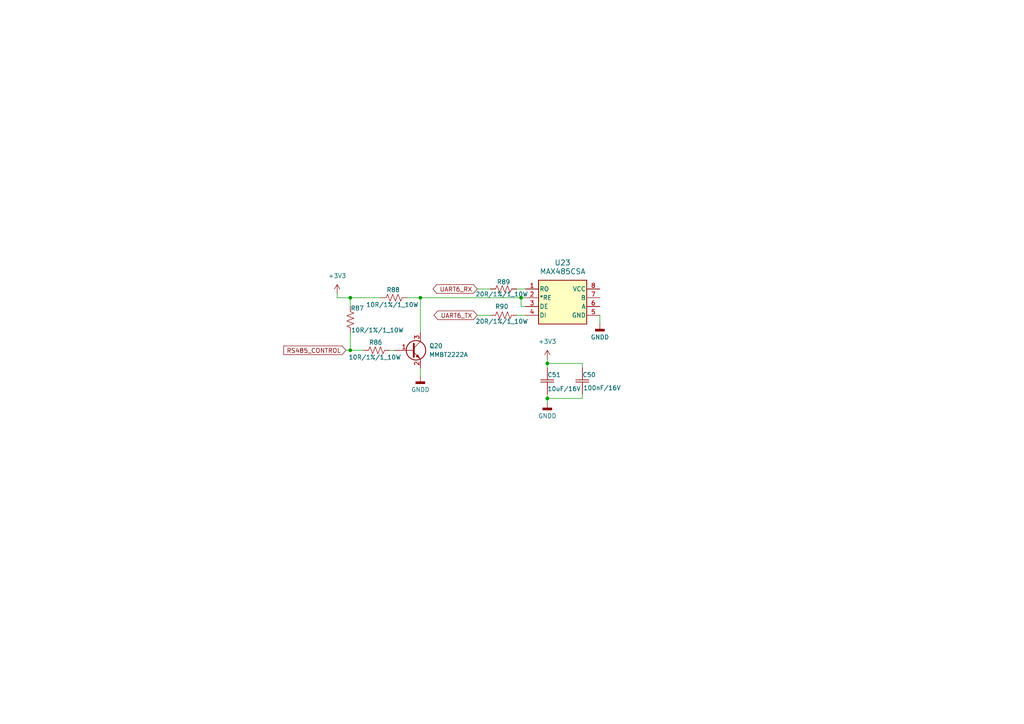
<source format=kicad_sch>
(kicad_sch (version 20231120) (generator "eeschema") (generator_version "8.0")
  (paper "A4")
  (lib_symbols
    (symbol "Ceramic_Cap_SMD_100nF_16V_3" (pin_numbers hide) (pin_names hide)
      (property "Reference" "C" (at 1.016 2.794 0))
      (property "Value" "100nF/16V" (at 0.254 5.334 0))
      (symbol "Ceramic_Cap_SMD_100nF_16V_3_1_1"
        (polyline (pts (xy 1.27 0) (xy 2.2098 0)) (stroke (width 0.2032)))
        (polyline (pts (xy 2.2098 -1.905) (xy 2.2098 1.905)) (stroke (width 0.2032)))
        (polyline (pts (xy 2.8448 -1.905) (xy 2.8448 1.905)) (stroke (width 0.2032)))
        (polyline (pts (xy 2.8448 0) (xy 3.81 0)) (stroke (width 0.2032)))
        (pin unspecified line (at -1.27 0 0) (length 2.54) (name "") (number "1"))
        (pin unspecified line (at 6.35 0 180) (length 2.54) (name "") (number "2"))
      )
    )
    (symbol "Ceramic_Cap_SMD_10uF_16V_2" (pin_numbers hide) (pin_names hide)
      (property "Reference" "C" (at 2.286 2.794 0))
      (property "Value" "10uF/16V" (at 0.254 5.334 0))
      (symbol "Ceramic_Cap_SMD_10uF_16V_2_1_1"
        (polyline (pts (xy 2.54 0) (xy 3.4798 0)) (stroke (width 0.2032)))
        (polyline (pts (xy 3.4798 -1.905) (xy 3.4798 1.905)) (stroke (width 0.2032)))
        (polyline (pts (xy 4.1148 -1.905) (xy 4.1148 1.905)) (stroke (width 0.2032)))
        (polyline (pts (xy 4.1148 0) (xy 5.08 0)) (stroke (width 0.2032)))
        (pin unspecified line (at 0 0 0) (length 2.54) (name "") (number "1"))
        (pin unspecified line (at 7.62 0 180) (length 2.54) (name "") (number "2"))
      )
    )
    (symbol "Res_20R_0603_1%_3" (pin_numbers hide) (pin_names hide)
      (property "Reference" "R" (at 3.302 3.556 0))
      (property "Value" "20R/1%/1_10W" (at 3.81 -2.54 0))
      (symbol "Res_20R_0603_1%_3_0_1"
        (polyline (pts (xy 1.524 0) (xy 1.27 0)))
        (polyline (pts (xy 6.096 0) (xy 6.35 0)))
        (polyline (pts (xy 1.524 0) (xy 1.905 1.016) (xy 2.286 0) (xy 2.667 -1.016) (xy 3.048 0)))
        (polyline (pts (xy 3.048 0) (xy 3.429 1.016) (xy 3.81 0) (xy 4.191 -1.016) (xy 4.572 0)))
        (polyline (pts (xy 4.572 0) (xy 4.953 1.016) (xy 5.334 0) (xy 5.715 -1.016) (xy 6.096 0)))
      )
      (symbol "Res_20R_0603_1%_3_1_1"
        (pin passive line (at 0 0 0) (length 1.27) (name "~") (number "1"))
        (pin passive line (at 7.62 0 180) (length 1.27) (name "~") (number "2"))
      )
    )
    (symbol "charge_battery_sym_lib:MAX485CSA" (pin_names (offset 0.254))
      (property "Reference" "U" (at 6.35 16.51 0))
      (property "Value" "MAX485CSA" (at 6.35 13.97 0))
      (symbol "MAX485CSA_0_1"
        (pin output line (at -3.81 10.16 0) (length 3.81) (name "RO") (number "1"))
        (pin input line (at -3.81 7.62 0) (length 3.81) (name "*RE") (number "2"))
        (pin input line (at -3.81 5.08 0) (length 3.81) (name "DE") (number "3"))
        (pin input line (at -3.81 2.54 0) (length 3.81) (name "DI") (number "4"))
        (pin power_in line (at 17.78 2.54 180) (length 3.81) (name "GND") (number "5"))
        (pin bidirectional line (at 17.78 5.08 180) (length 3.81) (name "A") (number "6"))
        (pin bidirectional line (at 17.78 7.62 180) (length 3.81) (name "B") (number "7"))
        (pin power_in line (at 17.78 10.16 180) (length 3.81) (name "VCC") (number "8"))
      )
      (symbol "MAX485CSA_1_1"
        (rectangle (start 0 12.7) (end 13.97 0) (stroke (width 0.254)) (fill (type background)))
      )
    )
    (symbol "charge_battery_sym_lib:MMBT2222A" (pin_names (offset 0) hide)
      (property "Reference" "Q" (at 5.08 1.905 0))
      (property "Value" "MMBT2222A" (at 5.08 0 0))
      (symbol "MMBT2222A_0_1"
        (polyline (pts (xy 0.635 0.635) (xy 2.54 2.54)))
        (polyline (pts (xy 0.635 -0.635) (xy 2.54 -2.54) (xy 2.54 -2.54)))
        (polyline (pts (xy 0.635 1.905) (xy 0.635 -1.905) (xy 0.635 -1.905)) (stroke (width 0.508)))
        (polyline (pts (xy 1.27 -1.778) (xy 1.778 -1.27) (xy 2.286 -2.286) (xy 1.27 -1.778) (xy 1.27 -1.778)) (fill (type outline)))
        (circle (center 1.27 0) (radius 2.8194) (stroke (width 0.254)))
      )
      (symbol "MMBT2222A_1_1"
        (pin input line (at -5.08 0 0) (length 5.715) (name "B") (number "1"))
        (pin passive line (at 2.54 -5.08 90) (length 2.54) (name "E") (number "2"))
        (pin passive line (at 2.54 5.08 270) (length 2.54) (name "C") (number "3"))
      )
    )
    (symbol "charge_battery_sym_lib:Res_10R_0603_1%" (pin_numbers hide) (pin_names hide)
      (property "Reference" "R" (at 3.556 2.54 0))
      (property "Value" "10R/1%/1_10W" (at 4.064 -2.54 0))
      (symbol "Res_10R_0603_1%_0_1"
        (polyline (pts (xy 1.524 0) (xy 1.27 0)))
        (polyline (pts (xy 6.096 0) (xy 6.35 0)))
        (polyline (pts (xy 1.524 0) (xy 1.905 1.016) (xy 2.286 0) (xy 2.667 -1.016) (xy 3.048 0)))
        (polyline (pts (xy 3.048 0) (xy 3.429 1.016) (xy 3.81 0) (xy 4.191 -1.016) (xy 4.572 0)))
        (polyline (pts (xy 4.572 0) (xy 4.953 1.016) (xy 5.334 0) (xy 5.715 -1.016) (xy 6.096 0)))
      )
      (symbol "Res_10R_0603_1%_1_1"
        (pin passive line (at 0 0 0) (length 1.27) (name "~") (number "1"))
        (pin passive line (at 7.62 0 180) (length 1.27) (name "~") (number "2"))
      )
    )
    (symbol "power:+3V3" (power) (pin_numbers hide) (pin_names (offset 0) hide)
      (property "Value" "+3V3" (at 0 3.556 0))
      (symbol "+3V3_0_1"
        (polyline (pts (xy -0.762 1.27) (xy 0 2.54)))
        (polyline (pts (xy 0 0) (xy 0 2.54)))
        (polyline (pts (xy 0 2.54) (xy 0.762 1.27)))
      )
      (symbol "+3V3_1_1"
        (pin power_in line (at 0 0 90) (length 0) (name "~") (number "1"))
      )
    )
    (symbol "power:GNDD" (power) (pin_numbers hide) (pin_names (offset 0) hide)
      (property "Value" "GNDD" (at 0 -3.175 0))
      (symbol "GNDD_0_1"
        (rectangle (start -1.27 -1.524) (end 1.27 -2.032) (stroke (width 0.254)) (fill (type outline)))
        (polyline (pts (xy 0 0) (xy 0 -1.524)))
      )
      (symbol "GNDD_1_1"
        (pin power_in line (at 0 0 270) (length 0) (name "~") (number "1"))
      )
    )
  )
  (junction (at 101.6 86.36))
  (junction (at 158.75 105.41))
  (junction (at 158.75 115.57))
  (junction (at 121.92 86.36))
  (junction (at 151.13 86.36))
  (junction (at 101.6 101.6))
  (wire (pts (xy 149.86 83.82) (xy 152.4 83.82)))
  (wire (pts (xy 152.4 88.9) (xy 151.13 88.9)))
  (wire (pts (xy 110.49 86.36) (xy 101.6 86.36)))
  (wire (pts (xy 101.6 88.9) (xy 101.6 86.36)))
  (wire (pts (xy 100.33 101.6) (xy 101.6 101.6)))
  (wire (pts (xy 151.13 86.36) (xy 151.13 88.9)))
  (wire (pts (xy 97.79 85.09) (xy 97.79 86.36)))
  (wire (pts (xy 158.75 114.3) (xy 158.75 115.57)))
  (wire (pts (xy 138.43 83.82) (xy 142.24 83.82)))
  (wire (pts (xy 158.75 105.41) (xy 168.91 105.41)))
  (wire (pts (xy 101.6 96.52) (xy 101.6 101.6)))
  (wire (pts (xy 168.91 106.68) (xy 168.91 105.41)))
  (wire (pts (xy 113.03 101.6) (xy 114.3 101.6)))
  (wire (pts (xy 149.86 91.44) (xy 152.4 91.44)))
  (wire (pts (xy 158.75 115.57) (xy 168.91 115.57)))
  (wire (pts (xy 97.79 86.36) (xy 101.6 86.36)))
  (wire (pts (xy 121.92 86.36) (xy 151.13 86.36)))
  (wire (pts (xy 118.11 86.36) (xy 121.92 86.36)))
  (wire (pts (xy 158.75 115.57) (xy 158.75 116.84)))
  (wire (pts (xy 158.75 104.14) (xy 158.75 105.41)))
  (wire (pts (xy 168.91 115.57) (xy 168.91 114.3)))
  (wire (pts (xy 173.99 93.98) (xy 173.99 91.44)))
  (wire (pts (xy 121.92 109.22) (xy 121.92 106.68)))
  (wire (pts (xy 158.75 105.41) (xy 158.75 106.68)))
  (wire (pts (xy 101.6 101.6) (xy 105.41 101.6)))
  (wire (pts (xy 121.92 86.36) (xy 121.92 96.52)))
  (wire (pts (xy 138.43 91.44) (xy 142.24 91.44)))
  (wire (pts (xy 151.13 86.36) (xy 152.4 86.36)))
  (global_label "UART6_TX" (shape bidirectional) (at 138.43 91.44 180) (property "Intersheetrefs" "${INTERSHEET_REFS}" (effects (hide yes))))
  (global_label "UART6_RX" (shape bidirectional) (at 138.43 83.82 180) (property "Intersheetrefs" "${INTERSHEET_REFS}" (effects (hide yes))))
  (global_label "RS485_CONTROL" (shape input) (at 100.33 101.6 180) (property "Intersheetrefs" "${INTERSHEET_REFS}" (effects (hide yes))))
  (symbol (lib_id "power:GNDD") (at 173.99 93.98 0) (unit 1)
    (property "Reference" "#PWR098" (effects (hide yes)))
    (property "Value" "GNDD" (at 173.99 97.79 0))
    (property "Description" "Power symbol creates a global label with name \"GNDD\" , digital ground" (effects (hide yes)))
  )
  (symbol (lib_id "charge_battery_sym_lib:Res_10R_0603_1%") (at 101.6 96.52 90) (unit 1)
    (property "Reference" "R87" (at 103.632 89.408 90))
    (property "Value" "10R/1%/1_10W" (at 109.474 95.758 90))
    (property "Footprint" "charge_battery_footprint_lib:Res_0603" (effects (hide yes)))
    (property "Description" "Res 10 Ohm 0603 1%" (effects (hide yes)))
    (property "Supply name" "Thegioiic" (effects (hide yes)))
    (property "Supply part number" "Điện Trở 10 Ohm 0603 1%" (effects (hide yes)))
    (property "Supply URL" "https://www.thegioiic.com/dien-tro-10-ohm-0603-1-" (effects (hide yes)))
  )
  (symbol (lib_id "power:GNDD") (at 158.75 116.84 0) (unit 1)
    (property "Reference" "#PWR096" (effects (hide yes)))
    (property "Value" "GNDD" (at 158.75 120.65 0))
    (property "Description" "Power symbol creates a global label with name \"GNDD\" , digital ground" (effects (hide yes)))
  )
  (symbol (lib_id "charge_battery_sym_lib:MMBT2222A") (at 119.38 101.6 0) (unit 1)
    (property "Reference" "Q20" (at 124.46 100.3299 0) (effects (justify left)))
    (property "Value" "MMBT2222A" (at 124.46 102.8699 0) (effects (justify left)))
    (property "Footprint" "charge_battery_footprint_lib:SOT23" (effects (hide yes)))
    (property "Datasheet" "https://assets.nexperia.com/documents/data-sheet/MMBT2222A.pdf" (effects (hide yes)))
    (property "Description" "600mA Ic, 40V Vce, NPN Transistor, SOT-23" (effects (hide yes)))
    (property "Supply name" "Thegioiic" (effects (hide yes)))
    (property "Supply part number" "MMBT2222A 1P Transistor NPN 40V 0.6A 3 Chân SOT-23" (effects (hide yes)))
    (property "Supply URL" "https://www.thegioiic.com/mmbt2222a-1p-transistor-npn-40v-0-6a-3-chan-sot-23" (effects (hide yes)))
  )
  (symbol (lib_name "Ceramic_Cap_SMD_100nF_16V_3") (lib_id "charge_battery_sym_lib:Ceramic_Cap_SMD_100nF_16V") (at 168.91 113.03 90) (unit 1)
    (property "Reference" "C50" (at 168.91 108.712 90) (effects (justify right)))
    (property "Value" "100nF/16V" (at 169.164 112.522 90) (effects (justify right)))
    (property "Footprint" "charge_battery_footprint_lib:Ceramic_Cap_0603" (effects (hide yes)))
    (property "Datasheet" "https://www.mouser.vn/datasheet/2/40/KYOCERA_AutoMLCCKAM-3106308.pdf" (effects (hide yes)))
    (property "Description" "10%, 0603 (1608 Metric)" (effects (hide yes)))
    (property "Supply name" "Thegioiic" (effects (hide yes)))
    (property "Supply part number" "Tụ Gốm 0603 100nF (0.1uF) 16V" (effects (hide yes)))
    (property "Supply URL" "https://www.thegioiic.com/tu-gom-0603-100nf-0-1uf-16v" (effects (hide yes)))
  )
  (symbol (lib_id "charge_battery_sym_lib:Res_10R_0603_1%") (at 105.41 101.6 0) (unit 1)
    (property "Reference" "R86" (at 108.966 99.314 0))
    (property "Value" "10R/1%/1_10W" (at 108.712 103.632 0))
    (property "Footprint" "charge_battery_footprint_lib:Res_0603" (effects (hide yes)))
    (property "Description" "Res 10 Ohm 0603 1%" (effects (hide yes)))
    (property "Supply name" "Thegioiic" (effects (hide yes)))
    (property "Supply part number" "Điện Trở 10 Ohm 0603 1%" (effects (hide yes)))
    (property "Supply URL" "https://www.thegioiic.com/dien-tro-10-ohm-0603-1-" (effects (hide yes)))
  )
  (symbol (lib_id "charge_battery_sym_lib:Res_10R_0603_1%") (at 110.49 86.36 0) (unit 1)
    (property "Reference" "R88" (at 114.046 84.074 0))
    (property "Value" "10R/1%/1_10W" (at 113.792 88.392 0))
    (property "Footprint" "charge_battery_footprint_lib:Res_0603" (effects (hide yes)))
    (property "Description" "Res 10 Ohm 0603 1%" (effects (hide yes)))
    (property "Supply name" "Thegioiic" (effects (hide yes)))
    (property "Supply part number" "Điện Trở 10 Ohm 0603 1%" (effects (hide yes)))
    (property "Supply URL" "https://www.thegioiic.com/dien-tro-10-ohm-0603-1-" (effects (hide yes)))
  )
  (symbol (lib_id "power:+3V3") (at 158.75 104.14 0) (mirror y) (unit 1)
    (property "Reference" "#PWR093" (effects (hide yes)))
    (property "Value" "+3V3" (at 158.75 99.06 0))
    (property "Description" "Power symbol creates a global label with name \"+3V3\"" (effects (hide yes)))
  )
  (symbol (lib_id "power:GNDD") (at 121.92 109.22 0) (unit 1)
    (property "Reference" "#PWR091" (effects (hide yes)))
    (property "Value" "GNDD" (at 121.92 113.03 0))
    (property "Description" "Power symbol creates a global label with name \"GNDD\" , digital ground" (effects (hide yes)))
  )
  (symbol (lib_id "charge_battery_sym_lib:MAX485CSA") (at 156.21 93.98 0) (unit 1)
    (property "Reference" "U23" (at 163.195 76.2 0) (effects (font (size 1.524 1.524))))
    (property "Value" "MAX485CSA" (at 163.195 78.74 0) (effects (font (size 1.524 1.524))))
    (property "Footprint" "charge_battery_footprint_lib:SOIC-8" (effects (hide yes)))
    (property "Datasheet" "https://www.analog.com/media/en/technical-documentation/data-sheets/MAX1487-MAX491.pdf" (effects (hide yes)))
    (property "Description" "The MAX485 are low-power transceivers for RS-485 and RS-422 communication" (effects (hide yes)))
    (property "Supply Name" "TME" (effects (hide yes)))
    (property "Supply URL" "http://www.tme.vn/Product.aspx?id=482#page=pro_info" (effects (hide yes)))
    (property "Supply Part Number" "MAX485CSA" (effects (hide yes)))
  )
  (symbol (lib_name "Ceramic_Cap_SMD_10uF_16V_2") (lib_id "charge_battery_sym_lib:Ceramic_Cap_SMD_10uF_16V") (at 158.75 114.3 90) (unit 1)
    (property "Reference" "C51" (at 158.75 108.712 90) (effects (justify right)))
    (property "Value" "10uF/16V" (at 158.75 112.776 90) (effects (justify right)))
    (property "Footprint" "charge_battery_footprint_lib:Ceramic_Cap_0603" (effects (hide yes)))
    (property "Datasheet" "https://www.mouser.vn/datasheet/2/40/KYOCERA_AutoMLCCKAM-3106308.pdf" (effects (hide yes)))
    (property "Description" "10%, 0603 (1608 Metric)" (effects (hide yes)))
    (property "Supply name" "Thegioiic" (effects (hide yes)))
    (property "Supply part number" "Tụ Gốm 0603 10uF 16V" (effects (hide yes)))
    (property "Supply URL" "https://www.thegioiic.com/tu-gom-0603-10uf-16v" (effects (hide yes)))
  )
  (symbol (lib_name "Res_20R_0603_1%_3") (lib_id "charge_battery_sym_lib:Res_20R_0603_1%") (at 142.24 83.82 0) (unit 1)
    (property "Reference" "R89" (at 146.05 81.788 0))
    (property "Value" "20R/1%/1_10W" (at 145.542 85.344 0))
    (property "Footprint" "charge_battery_footprint_lib:Res_0603" (effects (hide yes)))
    (property "Datasheet" "https://fscdn.rohm.com/en/products/databook/datasheet/passive/resistor/chip_resistor/esr-e.pdf" (effects (hide yes)))
    (property "Description" "Res 20 Ohm 0603 1%" (effects (hide yes)))
    (property "Supply name" "Thegioiic" (effects (hide yes)))
    (property "Supply part number" "Điện Trở 20 Ohm 0603 1%" (effects (hide yes)))
    (property "Supply URL" "https://www.thegioiic.com/dien-tro-20-ohm-0603-1-" (effects (hide yes)))
  )
  (symbol (lib_id "power:+3V3") (at 97.79 85.09 0) (mirror y) (unit 1)
    (property "Reference" "#PWR097" (effects (hide yes)))
    (property "Value" "+3V3" (at 97.79 80.01 0))
    (property "Description" "Power symbol creates a global label with name \"+3V3\"" (effects (hide yes)))
  )
  (symbol (lib_name "Res_20R_0603_1%_3") (lib_id "charge_battery_sym_lib:Res_20R_0603_1%") (at 142.24 91.44 0) (unit 1)
    (property "Reference" "R90" (at 145.542 88.9 0))
    (property "Value" "20R/1%/1_10W" (at 145.542 93.218 0))
    (property "Footprint" "charge_battery_footprint_lib:Res_0603" (effects (hide yes)))
    (property "Datasheet" "https://fscdn.rohm.com/en/products/databook/datasheet/passive/resistor/chip_resistor/esr-e.pdf" (effects (hide yes)))
    (property "Description" "Res 20 Ohm 0603 1%" (effects (hide yes)))
    (property "Supply name" "Thegioiic" (effects (hide yes)))
    (property "Supply part number" "Điện Trở 20 Ohm 0603 1%" (effects (hide yes)))
    (property "Supply URL" "https://www.thegioiic.com/dien-tro-20-ohm-0603-1-" (effects (hide yes)))
  )
)
</source>
